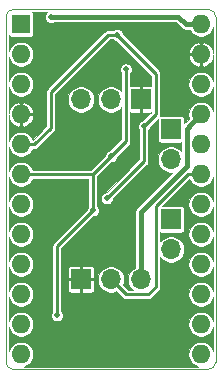
<source format=gbr>
%TF.GenerationSoftware,KiCad,Pcbnew,5.1.6+dfsg1-1~bpo10+1*%
%TF.CreationDate,Date%
%TF.ProjectId,ProMicro_QWIIC,50726f4d-6963-4726-9f5f-51574949432e,v1.0*%
%TF.SameCoordinates,Original*%
%TF.FileFunction,Copper,L2,Bot*%
%TF.FilePolarity,Positive*%
%FSLAX45Y45*%
G04 Gerber Fmt 4.5, Leading zero omitted, Abs format (unit mm)*
G04 Created by KiCad*
%MOMM*%
%LPD*%
G01*
G04 APERTURE LIST*
%TA.AperFunction,Profile*%
%ADD10C,0.100000*%
%TD*%
%TA.AperFunction,ComponentPad*%
%ADD11O,1.700000X1.700000*%
%TD*%
%TA.AperFunction,ComponentPad*%
%ADD12R,1.700000X1.700000*%
%TD*%
%TA.AperFunction,ComponentPad*%
%ADD13O,1.600000X1.600000*%
%TD*%
%TA.AperFunction,ComponentPad*%
%ADD14R,1.600000X1.600000*%
%TD*%
%TA.AperFunction,ViaPad*%
%ADD15C,0.500000*%
%TD*%
%TA.AperFunction,Conductor*%
%ADD16C,0.400000*%
%TD*%
%TA.AperFunction,Conductor*%
%ADD17C,0.250000*%
%TD*%
%TA.AperFunction,Conductor*%
%ADD18C,0.125000*%
%TD*%
%ADD19C,0.200000*%
%ADD20C,0.350000*%
G04 APERTURE END LIST*
D10*
X1651000Y63500D02*
X1651000Y-2857500D01*
X-127000Y-2857500D02*
X-127000Y63500D01*
X-63500Y-2921000D02*
G75*
G02*
X-127000Y-2857500I0J63500D01*
G01*
X1651000Y-2857500D02*
G75*
G02*
X1587500Y-2921000I-63500J0D01*
G01*
X1587500Y127000D02*
G75*
G02*
X1651000Y63500I0J-63500D01*
G01*
X-127000Y63500D02*
G75*
G02*
X-63500Y127000I63500J0D01*
G01*
X1587500Y-2921000D02*
X-63500Y-2921000D01*
X-63500Y127000D02*
X1587500Y127000D01*
D11*
X508000Y-635000D03*
X762000Y-635000D03*
D12*
X1016000Y-635000D03*
D11*
X1016000Y-2159000D03*
X762000Y-2159000D03*
D12*
X508000Y-2159000D03*
D11*
X1270000Y-1143000D03*
D12*
X1270000Y-889000D03*
D11*
X1270000Y-1905000D03*
D12*
X1270000Y-1651000D03*
D13*
X1524000Y0D03*
X1524000Y-254000D03*
X1524000Y-508000D03*
X0Y-2794000D03*
X1524000Y-762000D03*
X0Y-2540000D03*
X1524000Y-1016000D03*
X0Y-2286000D03*
X1524000Y-1270000D03*
X0Y-2032000D03*
X1524000Y-1524000D03*
X0Y-1778000D03*
X1524000Y-1778000D03*
X0Y-1524000D03*
X1524000Y-2032000D03*
X0Y-1270000D03*
X1524000Y-2286000D03*
X0Y-1016000D03*
X1524000Y-2540000D03*
X0Y-762000D03*
X1524000Y-2794000D03*
X0Y-508000D03*
X0Y-254000D03*
D14*
X0Y0D03*
D15*
X863600Y-1435100D03*
X1270000Y-635000D03*
X1079500Y-1231900D03*
X1041400Y-2540000D03*
X927100Y-1587500D03*
X508000Y-812800D03*
X889000Y-2032000D03*
X609600Y-381000D03*
X990600Y-381000D03*
X419100Y-241300D03*
X241300Y-1524000D03*
X508000Y-2413000D03*
X762000Y-2794000D03*
X685800Y-1371600D03*
X1397000Y-2159000D03*
X1397000Y-1397000D03*
X889000Y-381000D03*
X609600Y-1574800D03*
X762000Y-1117600D03*
X304800Y-2463800D03*
X1041400Y-863600D03*
X812800Y-88900D03*
X727399Y-1473200D03*
X254000Y63500D03*
D16*
X1404000Y-882000D02*
X1444000Y-842000D01*
X1444000Y-842000D02*
X1524000Y-762000D01*
X1016000Y-1587500D02*
X1404000Y-1199500D01*
X1404000Y-1199500D02*
X1404000Y-882000D01*
X1016000Y-2159000D02*
X1016000Y-1587500D01*
D17*
X609600Y-1270000D02*
X609600Y-1574800D01*
X508000Y-1270000D02*
X0Y-1270000D01*
X609600Y-1270000D02*
X508000Y-1270000D01*
X609600Y-1270000D02*
X737000Y-1142600D01*
X889000Y-990600D02*
X762000Y-1117600D01*
X737000Y-1142600D02*
X762000Y-1117600D01*
X889000Y-381000D02*
X889000Y-990600D01*
X609600Y-1574800D02*
X304800Y-1879600D01*
X304800Y-1879600D02*
X304800Y-2463800D01*
X1041400Y-863600D02*
X1143000Y-762000D01*
X1143000Y-419100D02*
X812800Y-88900D01*
X1143000Y-762000D02*
X1143000Y-419100D01*
X752399Y-1448200D02*
X727399Y-1473200D01*
X1041400Y-863600D02*
X1041400Y-1159199D01*
X1041400Y-1159199D02*
X752399Y-1448200D01*
X736600Y-88900D02*
X812800Y-88900D01*
X254000Y-571500D02*
X736600Y-88900D01*
X254000Y-875137D02*
X254000Y-571500D01*
X113137Y-1016000D02*
X254000Y-875137D01*
X0Y-1016000D02*
X113137Y-1016000D01*
X1410863Y-1270000D02*
X1524000Y-1270000D01*
X1143000Y-2222500D02*
X1143000Y-1537863D01*
X1143000Y-1537863D02*
X1410863Y-1270000D01*
X1079500Y-2286000D02*
X1143000Y-2222500D01*
X889000Y-2286000D02*
X1079500Y-2286000D01*
X762000Y-2159000D02*
X889000Y-2286000D01*
D16*
X1333500Y63500D02*
X254000Y63500D01*
X1397000Y0D02*
X1333500Y63500D01*
X1524000Y0D02*
X1397000Y0D01*
D18*
G36*
X780130Y-128708D02*
G01*
X788524Y-134317D01*
X797851Y-138181D01*
X807752Y-140150D01*
X809249Y-140150D01*
X1104250Y-435151D01*
X1104250Y-523943D01*
X1101000Y-523623D01*
X1031312Y-523750D01*
X1024750Y-530313D01*
X1024750Y-626250D01*
X1026750Y-626250D01*
X1026750Y-643750D01*
X1024750Y-643750D01*
X1024750Y-739687D01*
X1031312Y-746250D01*
X1101000Y-746377D01*
X1104131Y-746069D01*
X1037849Y-812350D01*
X1036352Y-812350D01*
X1026451Y-814319D01*
X1017124Y-818183D01*
X1008730Y-823791D01*
X1001591Y-830930D01*
X995983Y-839324D01*
X992119Y-848651D01*
X990150Y-858552D01*
X990150Y-868648D01*
X992119Y-878549D01*
X995983Y-887876D01*
X1001591Y-896270D01*
X1002650Y-897328D01*
X1002650Y-1143148D01*
X726344Y-1419454D01*
X723848Y-1421950D01*
X722351Y-1421950D01*
X712450Y-1423919D01*
X703123Y-1427783D01*
X694729Y-1433391D01*
X687591Y-1440530D01*
X681982Y-1448924D01*
X678119Y-1458251D01*
X676149Y-1468152D01*
X676149Y-1478248D01*
X678119Y-1488149D01*
X681982Y-1497476D01*
X687591Y-1505870D01*
X694729Y-1513008D01*
X703123Y-1518617D01*
X712450Y-1522480D01*
X722351Y-1524450D01*
X732447Y-1524450D01*
X742348Y-1522480D01*
X751675Y-1518617D01*
X760069Y-1513008D01*
X767207Y-1505870D01*
X772816Y-1497476D01*
X776679Y-1488149D01*
X778649Y-1478248D01*
X778649Y-1476751D01*
X781145Y-1474255D01*
X1067455Y-1187945D01*
X1068933Y-1186732D01*
X1073775Y-1180832D01*
X1076442Y-1175843D01*
X1077374Y-1174100D01*
X1079589Y-1166795D01*
X1080337Y-1159199D01*
X1080150Y-1157296D01*
X1080150Y-897328D01*
X1081209Y-896270D01*
X1086817Y-887876D01*
X1090681Y-878549D01*
X1092650Y-868648D01*
X1092650Y-867151D01*
X1158931Y-800869D01*
X1158623Y-804000D01*
X1158623Y-974000D01*
X1159130Y-979146D01*
X1160631Y-984094D01*
X1163068Y-988654D01*
X1166349Y-992651D01*
X1170346Y-995932D01*
X1174906Y-998369D01*
X1179854Y-999870D01*
X1185000Y-1000377D01*
X1355000Y-1000377D01*
X1357750Y-1000106D01*
X1357750Y-1074082D01*
X1356414Y-1072082D01*
X1340918Y-1056587D01*
X1322697Y-1044411D01*
X1302450Y-1036025D01*
X1280957Y-1031750D01*
X1259043Y-1031750D01*
X1237550Y-1036025D01*
X1217303Y-1044411D01*
X1199082Y-1056587D01*
X1183587Y-1072082D01*
X1171412Y-1090303D01*
X1163025Y-1110550D01*
X1158750Y-1132043D01*
X1158750Y-1153957D01*
X1163025Y-1175450D01*
X1171412Y-1195697D01*
X1183587Y-1213918D01*
X1199082Y-1229414D01*
X1217303Y-1241589D01*
X1237550Y-1249975D01*
X1259043Y-1254250D01*
X1280957Y-1254250D01*
X1284559Y-1253534D01*
X984903Y-1553190D01*
X983138Y-1554638D01*
X977359Y-1561681D01*
X975373Y-1565396D01*
X973064Y-1569715D01*
X970419Y-1578433D01*
X969526Y-1587500D01*
X969750Y-1589772D01*
X969750Y-2057741D01*
X963303Y-2060411D01*
X945082Y-2072586D01*
X929586Y-2088082D01*
X917411Y-2106303D01*
X909025Y-2126550D01*
X904750Y-2148043D01*
X904750Y-2169957D01*
X909025Y-2191450D01*
X917411Y-2211697D01*
X929586Y-2229918D01*
X945082Y-2245414D01*
X947831Y-2247250D01*
X905051Y-2247250D01*
X863198Y-2205397D01*
X868975Y-2191450D01*
X873250Y-2169957D01*
X873250Y-2148043D01*
X868975Y-2126550D01*
X860588Y-2106303D01*
X848413Y-2088082D01*
X832918Y-2072586D01*
X814697Y-2060411D01*
X794450Y-2052025D01*
X772957Y-2047750D01*
X751043Y-2047750D01*
X729550Y-2052025D01*
X709303Y-2060411D01*
X691082Y-2072586D01*
X675587Y-2088082D01*
X663412Y-2106303D01*
X655025Y-2126550D01*
X650750Y-2148043D01*
X650750Y-2169957D01*
X655025Y-2191450D01*
X663412Y-2211697D01*
X675587Y-2229918D01*
X691082Y-2245414D01*
X709303Y-2257589D01*
X729550Y-2265975D01*
X751043Y-2270250D01*
X772957Y-2270250D01*
X794450Y-2265975D01*
X808397Y-2260198D01*
X860254Y-2312055D01*
X861467Y-2313533D01*
X867367Y-2318375D01*
X874099Y-2321974D01*
X879188Y-2323517D01*
X881404Y-2324189D01*
X882181Y-2324266D01*
X887097Y-2324750D01*
X887098Y-2324750D01*
X889000Y-2324937D01*
X890902Y-2324750D01*
X1077597Y-2324750D01*
X1079500Y-2324937D01*
X1081403Y-2324750D01*
X1087096Y-2324189D01*
X1094401Y-2321974D01*
X1101133Y-2318375D01*
X1107033Y-2313533D01*
X1108246Y-2312055D01*
X1169055Y-2251246D01*
X1170533Y-2250033D01*
X1175375Y-2244133D01*
X1178974Y-2237401D01*
X1178974Y-2237401D01*
X1181189Y-2230096D01*
X1181937Y-2222500D01*
X1181750Y-2220597D01*
X1181750Y-1973169D01*
X1183587Y-1975918D01*
X1199082Y-1991413D01*
X1217303Y-2003588D01*
X1237550Y-2011975D01*
X1259043Y-2016250D01*
X1280957Y-2016250D01*
X1302450Y-2011975D01*
X1322697Y-2003588D01*
X1340918Y-1991413D01*
X1356414Y-1975918D01*
X1368589Y-1957697D01*
X1376975Y-1937450D01*
X1381250Y-1915957D01*
X1381250Y-1894043D01*
X1376975Y-1872550D01*
X1368589Y-1852303D01*
X1356414Y-1834082D01*
X1340918Y-1818586D01*
X1322697Y-1806411D01*
X1302450Y-1798025D01*
X1280957Y-1793750D01*
X1259043Y-1793750D01*
X1237550Y-1798025D01*
X1217303Y-1806411D01*
X1199082Y-1818586D01*
X1183587Y-1834082D01*
X1181750Y-1836831D01*
X1181750Y-1762057D01*
X1185000Y-1762377D01*
X1355000Y-1762377D01*
X1360146Y-1761870D01*
X1365094Y-1760369D01*
X1369654Y-1757932D01*
X1373651Y-1754651D01*
X1376932Y-1750654D01*
X1379369Y-1746094D01*
X1380870Y-1741146D01*
X1381377Y-1736000D01*
X1381377Y-1566000D01*
X1380870Y-1560854D01*
X1379369Y-1555906D01*
X1376932Y-1551346D01*
X1373651Y-1547349D01*
X1369654Y-1544068D01*
X1365094Y-1541631D01*
X1360146Y-1540130D01*
X1355000Y-1539623D01*
X1196041Y-1539623D01*
X1425593Y-1310070D01*
X1429842Y-1320328D01*
X1441470Y-1337730D01*
X1456270Y-1352530D01*
X1473672Y-1364158D01*
X1493008Y-1372167D01*
X1513535Y-1376250D01*
X1534465Y-1376250D01*
X1554992Y-1372167D01*
X1574328Y-1364158D01*
X1591730Y-1352530D01*
X1606530Y-1337730D01*
X1618157Y-1320328D01*
X1626167Y-1300992D01*
X1627250Y-1295547D01*
X1627250Y-1498453D01*
X1626167Y-1493008D01*
X1618157Y-1473672D01*
X1606530Y-1456270D01*
X1591730Y-1441470D01*
X1574328Y-1429842D01*
X1554992Y-1421833D01*
X1534465Y-1417750D01*
X1513535Y-1417750D01*
X1493008Y-1421833D01*
X1473672Y-1429842D01*
X1456270Y-1441470D01*
X1441470Y-1456270D01*
X1429842Y-1473672D01*
X1421833Y-1493008D01*
X1417750Y-1513535D01*
X1417750Y-1534465D01*
X1421833Y-1554992D01*
X1429842Y-1574328D01*
X1441470Y-1591730D01*
X1456270Y-1606530D01*
X1473672Y-1618157D01*
X1493008Y-1626167D01*
X1513535Y-1630250D01*
X1534465Y-1630250D01*
X1554992Y-1626167D01*
X1574328Y-1618157D01*
X1591730Y-1606530D01*
X1606530Y-1591730D01*
X1618157Y-1574328D01*
X1626167Y-1554992D01*
X1627250Y-1549547D01*
X1627250Y-1752453D01*
X1626167Y-1747008D01*
X1618157Y-1727672D01*
X1606530Y-1710270D01*
X1591730Y-1695470D01*
X1574328Y-1683842D01*
X1554992Y-1675833D01*
X1534465Y-1671750D01*
X1513535Y-1671750D01*
X1493008Y-1675833D01*
X1473672Y-1683842D01*
X1456270Y-1695470D01*
X1441470Y-1710270D01*
X1429842Y-1727672D01*
X1421833Y-1747008D01*
X1417750Y-1767535D01*
X1417750Y-1788465D01*
X1421833Y-1808992D01*
X1429842Y-1828328D01*
X1441470Y-1845730D01*
X1456270Y-1860530D01*
X1473672Y-1872157D01*
X1493008Y-1880167D01*
X1513535Y-1884250D01*
X1534465Y-1884250D01*
X1554992Y-1880167D01*
X1574328Y-1872157D01*
X1591730Y-1860530D01*
X1606530Y-1845730D01*
X1618157Y-1828328D01*
X1626167Y-1808992D01*
X1627250Y-1803546D01*
X1627250Y-2006453D01*
X1626167Y-2001008D01*
X1618157Y-1981672D01*
X1606530Y-1964270D01*
X1591730Y-1949470D01*
X1574328Y-1937842D01*
X1554992Y-1929833D01*
X1534465Y-1925750D01*
X1513535Y-1925750D01*
X1493008Y-1929833D01*
X1473672Y-1937842D01*
X1456270Y-1949470D01*
X1441470Y-1964270D01*
X1429842Y-1981672D01*
X1421833Y-2001008D01*
X1417750Y-2021535D01*
X1417750Y-2042465D01*
X1421833Y-2062992D01*
X1429842Y-2082328D01*
X1441470Y-2099730D01*
X1456270Y-2114530D01*
X1473672Y-2126158D01*
X1493008Y-2134167D01*
X1513535Y-2138250D01*
X1534465Y-2138250D01*
X1554992Y-2134167D01*
X1574328Y-2126158D01*
X1591730Y-2114530D01*
X1606530Y-2099730D01*
X1618157Y-2082328D01*
X1626167Y-2062992D01*
X1627250Y-2057546D01*
X1627250Y-2260454D01*
X1626167Y-2255008D01*
X1618157Y-2235672D01*
X1606530Y-2218270D01*
X1591730Y-2203470D01*
X1574328Y-2191843D01*
X1554992Y-2183833D01*
X1534465Y-2179750D01*
X1513535Y-2179750D01*
X1493008Y-2183833D01*
X1473672Y-2191843D01*
X1456270Y-2203470D01*
X1441470Y-2218270D01*
X1429842Y-2235672D01*
X1421833Y-2255008D01*
X1417750Y-2275535D01*
X1417750Y-2296465D01*
X1421833Y-2316992D01*
X1429842Y-2336328D01*
X1441470Y-2353730D01*
X1456270Y-2368530D01*
X1473672Y-2380158D01*
X1493008Y-2388167D01*
X1513535Y-2392250D01*
X1534465Y-2392250D01*
X1554992Y-2388167D01*
X1574328Y-2380158D01*
X1591730Y-2368530D01*
X1606530Y-2353730D01*
X1618157Y-2336328D01*
X1626167Y-2316992D01*
X1627250Y-2311546D01*
X1627250Y-2514454D01*
X1626167Y-2509008D01*
X1618157Y-2489672D01*
X1606530Y-2472270D01*
X1591730Y-2457470D01*
X1574328Y-2445843D01*
X1554992Y-2437833D01*
X1534465Y-2433750D01*
X1513535Y-2433750D01*
X1493008Y-2437833D01*
X1473672Y-2445843D01*
X1456270Y-2457470D01*
X1441470Y-2472270D01*
X1429842Y-2489672D01*
X1421833Y-2509008D01*
X1417750Y-2529535D01*
X1417750Y-2550465D01*
X1421833Y-2570992D01*
X1429842Y-2590328D01*
X1441470Y-2607730D01*
X1456270Y-2622530D01*
X1473672Y-2634158D01*
X1493008Y-2642167D01*
X1513535Y-2646250D01*
X1534465Y-2646250D01*
X1554992Y-2642167D01*
X1574328Y-2634158D01*
X1591730Y-2622530D01*
X1606530Y-2607730D01*
X1618157Y-2590328D01*
X1626167Y-2570992D01*
X1627250Y-2565546D01*
X1627250Y-2768454D01*
X1626167Y-2763008D01*
X1618157Y-2743672D01*
X1606530Y-2726270D01*
X1591730Y-2711470D01*
X1574328Y-2699843D01*
X1554992Y-2691833D01*
X1534465Y-2687750D01*
X1513535Y-2687750D01*
X1493008Y-2691833D01*
X1473672Y-2699843D01*
X1456270Y-2711470D01*
X1441470Y-2726270D01*
X1429842Y-2743672D01*
X1421833Y-2763008D01*
X1417750Y-2783535D01*
X1417750Y-2804465D01*
X1421833Y-2824992D01*
X1429842Y-2844328D01*
X1441470Y-2861730D01*
X1456270Y-2876530D01*
X1473672Y-2888157D01*
X1493008Y-2896167D01*
X1498453Y-2897250D01*
X25547Y-2897250D01*
X30992Y-2896167D01*
X50328Y-2888157D01*
X67730Y-2876530D01*
X82530Y-2861730D01*
X94157Y-2844328D01*
X102167Y-2824992D01*
X106250Y-2804465D01*
X106250Y-2783535D01*
X102167Y-2763008D01*
X94157Y-2743672D01*
X82530Y-2726270D01*
X67730Y-2711470D01*
X50328Y-2699843D01*
X30992Y-2691833D01*
X10465Y-2687750D01*
X-10465Y-2687750D01*
X-30992Y-2691833D01*
X-50328Y-2699843D01*
X-67730Y-2711470D01*
X-82530Y-2726270D01*
X-94157Y-2743672D01*
X-102167Y-2763008D01*
X-103250Y-2768453D01*
X-103250Y-2565547D01*
X-102167Y-2570992D01*
X-94157Y-2590328D01*
X-82530Y-2607730D01*
X-67730Y-2622530D01*
X-50328Y-2634158D01*
X-30992Y-2642167D01*
X-10465Y-2646250D01*
X10465Y-2646250D01*
X30992Y-2642167D01*
X50328Y-2634158D01*
X67730Y-2622530D01*
X82530Y-2607730D01*
X94157Y-2590328D01*
X102167Y-2570992D01*
X106250Y-2550465D01*
X106250Y-2529535D01*
X102167Y-2509008D01*
X94157Y-2489672D01*
X82530Y-2472270D01*
X67730Y-2457470D01*
X50328Y-2445843D01*
X30992Y-2437833D01*
X10465Y-2433750D01*
X-10465Y-2433750D01*
X-30992Y-2437833D01*
X-50328Y-2445843D01*
X-67730Y-2457470D01*
X-82530Y-2472270D01*
X-94157Y-2489672D01*
X-102167Y-2509008D01*
X-103250Y-2514453D01*
X-103250Y-2311547D01*
X-102167Y-2316992D01*
X-94157Y-2336328D01*
X-82530Y-2353730D01*
X-67730Y-2368530D01*
X-50328Y-2380158D01*
X-30992Y-2388167D01*
X-10465Y-2392250D01*
X10465Y-2392250D01*
X30992Y-2388167D01*
X50328Y-2380158D01*
X67730Y-2368530D01*
X82530Y-2353730D01*
X94157Y-2336328D01*
X102167Y-2316992D01*
X106250Y-2296465D01*
X106250Y-2275535D01*
X102167Y-2255008D01*
X94157Y-2235672D01*
X82530Y-2218270D01*
X67730Y-2203470D01*
X50328Y-2191843D01*
X30992Y-2183833D01*
X10465Y-2179750D01*
X-10465Y-2179750D01*
X-30992Y-2183833D01*
X-50328Y-2191843D01*
X-67730Y-2203470D01*
X-82530Y-2218270D01*
X-94157Y-2235672D01*
X-102167Y-2255008D01*
X-103250Y-2260453D01*
X-103250Y-2057547D01*
X-102167Y-2062992D01*
X-94157Y-2082328D01*
X-82530Y-2099730D01*
X-67730Y-2114530D01*
X-50328Y-2126158D01*
X-30992Y-2134167D01*
X-10465Y-2138250D01*
X10465Y-2138250D01*
X30992Y-2134167D01*
X50328Y-2126158D01*
X67730Y-2114530D01*
X82530Y-2099730D01*
X94157Y-2082328D01*
X102167Y-2062992D01*
X106250Y-2042465D01*
X106250Y-2021535D01*
X102167Y-2001008D01*
X94157Y-1981672D01*
X82530Y-1964270D01*
X67730Y-1949470D01*
X50328Y-1937842D01*
X30992Y-1929833D01*
X10465Y-1925750D01*
X-10465Y-1925750D01*
X-30992Y-1929833D01*
X-50328Y-1937842D01*
X-67730Y-1949470D01*
X-82530Y-1964270D01*
X-94157Y-1981672D01*
X-102167Y-2001008D01*
X-103250Y-2006453D01*
X-103250Y-1803547D01*
X-102167Y-1808992D01*
X-94157Y-1828328D01*
X-82530Y-1845730D01*
X-67730Y-1860530D01*
X-50328Y-1872157D01*
X-30992Y-1880167D01*
X-10465Y-1884250D01*
X10465Y-1884250D01*
X30992Y-1880167D01*
X50328Y-1872157D01*
X67730Y-1860530D01*
X82530Y-1845730D01*
X94157Y-1828328D01*
X102167Y-1808992D01*
X106250Y-1788465D01*
X106250Y-1767535D01*
X102167Y-1747008D01*
X94157Y-1727672D01*
X82530Y-1710270D01*
X67730Y-1695470D01*
X50328Y-1683842D01*
X30992Y-1675833D01*
X10465Y-1671750D01*
X-10465Y-1671750D01*
X-30992Y-1675833D01*
X-50328Y-1683842D01*
X-67730Y-1695470D01*
X-82530Y-1710270D01*
X-94157Y-1727672D01*
X-102167Y-1747008D01*
X-103250Y-1752453D01*
X-103250Y-1549547D01*
X-102167Y-1554992D01*
X-94157Y-1574328D01*
X-82530Y-1591730D01*
X-67730Y-1606530D01*
X-50328Y-1618157D01*
X-30992Y-1626167D01*
X-10465Y-1630250D01*
X10465Y-1630250D01*
X30992Y-1626167D01*
X50328Y-1618157D01*
X67730Y-1606530D01*
X82530Y-1591730D01*
X94157Y-1574328D01*
X102167Y-1554992D01*
X106250Y-1534465D01*
X106250Y-1513535D01*
X102167Y-1493008D01*
X94157Y-1473672D01*
X82530Y-1456270D01*
X67730Y-1441470D01*
X50328Y-1429842D01*
X30992Y-1421833D01*
X10465Y-1417750D01*
X-10465Y-1417750D01*
X-30992Y-1421833D01*
X-50328Y-1429842D01*
X-67730Y-1441470D01*
X-82530Y-1456270D01*
X-94157Y-1473672D01*
X-102167Y-1493008D01*
X-103250Y-1498453D01*
X-103250Y-1295547D01*
X-102167Y-1300992D01*
X-94157Y-1320328D01*
X-82530Y-1337730D01*
X-67730Y-1352530D01*
X-50328Y-1364158D01*
X-30992Y-1372167D01*
X-10465Y-1376250D01*
X10465Y-1376250D01*
X30992Y-1372167D01*
X50328Y-1364158D01*
X67730Y-1352530D01*
X82530Y-1337730D01*
X94157Y-1320328D01*
X98953Y-1308750D01*
X570850Y-1308750D01*
X570850Y-1541071D01*
X569792Y-1542130D01*
X564183Y-1550524D01*
X560320Y-1559851D01*
X558350Y-1569752D01*
X558350Y-1571249D01*
X278746Y-1850854D01*
X277267Y-1852067D01*
X272425Y-1857968D01*
X268827Y-1864699D01*
X267283Y-1869788D01*
X266611Y-1872004D01*
X265863Y-1879600D01*
X266050Y-1881503D01*
X266050Y-2430071D01*
X264992Y-2431130D01*
X259383Y-2439524D01*
X255519Y-2448851D01*
X253550Y-2458752D01*
X253550Y-2468848D01*
X255519Y-2478749D01*
X259383Y-2488076D01*
X264992Y-2496470D01*
X272130Y-2503609D01*
X280524Y-2509217D01*
X289851Y-2513081D01*
X299752Y-2515050D01*
X309848Y-2515050D01*
X319749Y-2513081D01*
X329076Y-2509217D01*
X337470Y-2503609D01*
X344609Y-2496470D01*
X350217Y-2488076D01*
X354080Y-2478749D01*
X356050Y-2468848D01*
X356050Y-2458752D01*
X354080Y-2448851D01*
X350217Y-2439524D01*
X344609Y-2431130D01*
X343550Y-2430072D01*
X343550Y-2244000D01*
X396623Y-2244000D01*
X397130Y-2249146D01*
X398631Y-2254094D01*
X401068Y-2258654D01*
X404349Y-2262651D01*
X408346Y-2265932D01*
X412906Y-2268369D01*
X417854Y-2269870D01*
X423000Y-2270377D01*
X492687Y-2270250D01*
X499250Y-2263688D01*
X499250Y-2167750D01*
X516750Y-2167750D01*
X516750Y-2263688D01*
X523312Y-2270250D01*
X593000Y-2270377D01*
X598146Y-2269870D01*
X603094Y-2268369D01*
X607654Y-2265932D01*
X611651Y-2262651D01*
X614932Y-2258654D01*
X617369Y-2254094D01*
X618870Y-2249146D01*
X619377Y-2244000D01*
X619250Y-2174313D01*
X612688Y-2167750D01*
X516750Y-2167750D01*
X499250Y-2167750D01*
X403312Y-2167750D01*
X396750Y-2174313D01*
X396623Y-2244000D01*
X343550Y-2244000D01*
X343550Y-2074000D01*
X396623Y-2074000D01*
X396750Y-2143688D01*
X403312Y-2150250D01*
X499250Y-2150250D01*
X499250Y-2054312D01*
X516750Y-2054312D01*
X516750Y-2150250D01*
X612688Y-2150250D01*
X619250Y-2143688D01*
X619377Y-2074000D01*
X618870Y-2068854D01*
X617369Y-2063906D01*
X614932Y-2059346D01*
X611651Y-2055349D01*
X607654Y-2052068D01*
X603094Y-2049631D01*
X598146Y-2048130D01*
X593000Y-2047623D01*
X523312Y-2047750D01*
X516750Y-2054312D01*
X499250Y-2054312D01*
X492687Y-2047750D01*
X423000Y-2047623D01*
X417854Y-2048130D01*
X412906Y-2049631D01*
X408346Y-2052068D01*
X404349Y-2055349D01*
X401068Y-2059346D01*
X398631Y-2063906D01*
X397130Y-2068854D01*
X396623Y-2074000D01*
X343550Y-2074000D01*
X343550Y-1895651D01*
X613151Y-1626050D01*
X614648Y-1626050D01*
X624549Y-1624080D01*
X633876Y-1620217D01*
X642270Y-1614608D01*
X649409Y-1607470D01*
X655017Y-1599076D01*
X658881Y-1589749D01*
X660850Y-1579848D01*
X660850Y-1569752D01*
X658881Y-1559851D01*
X655017Y-1550524D01*
X649409Y-1542130D01*
X648350Y-1541071D01*
X648350Y-1286051D01*
X765551Y-1168850D01*
X767048Y-1168850D01*
X776949Y-1166881D01*
X786276Y-1163017D01*
X794670Y-1157409D01*
X801808Y-1150270D01*
X807417Y-1141876D01*
X811280Y-1132549D01*
X813250Y-1122648D01*
X813250Y-1121151D01*
X915055Y-1019346D01*
X916533Y-1018133D01*
X921375Y-1012232D01*
X924973Y-1005501D01*
X926528Y-1000377D01*
X927189Y-998196D01*
X927266Y-997419D01*
X927750Y-992503D01*
X927750Y-992502D01*
X927937Y-990600D01*
X927750Y-988698D01*
X927750Y-746057D01*
X931000Y-746377D01*
X1000687Y-746250D01*
X1007250Y-739687D01*
X1007250Y-643750D01*
X1005250Y-643750D01*
X1005250Y-626250D01*
X1007250Y-626250D01*
X1007250Y-530313D01*
X1000687Y-523750D01*
X931000Y-523623D01*
X927750Y-523943D01*
X927750Y-414728D01*
X928808Y-413670D01*
X934417Y-405276D01*
X938280Y-395949D01*
X940250Y-386048D01*
X940250Y-375952D01*
X938280Y-366051D01*
X934417Y-356724D01*
X928808Y-348330D01*
X921670Y-341192D01*
X913276Y-335583D01*
X903949Y-331720D01*
X894048Y-329750D01*
X883952Y-329750D01*
X874051Y-331720D01*
X864724Y-335583D01*
X856330Y-341192D01*
X849191Y-348330D01*
X843583Y-356724D01*
X839719Y-366051D01*
X837750Y-375952D01*
X837750Y-386048D01*
X839719Y-395949D01*
X843583Y-405276D01*
X849191Y-413670D01*
X850250Y-414728D01*
X850250Y-566831D01*
X848413Y-564082D01*
X832918Y-548587D01*
X814697Y-536412D01*
X794450Y-528025D01*
X772957Y-523750D01*
X751043Y-523750D01*
X729550Y-528025D01*
X709303Y-536412D01*
X691082Y-548587D01*
X675587Y-564082D01*
X663412Y-582303D01*
X655025Y-602550D01*
X650750Y-624043D01*
X650750Y-645957D01*
X655025Y-667450D01*
X663412Y-687697D01*
X675587Y-705918D01*
X691082Y-721413D01*
X709303Y-733588D01*
X729550Y-741975D01*
X751043Y-746250D01*
X772957Y-746250D01*
X794450Y-741975D01*
X814697Y-733588D01*
X832918Y-721413D01*
X848413Y-705918D01*
X850250Y-703169D01*
X850250Y-974549D01*
X758449Y-1066350D01*
X756952Y-1066350D01*
X747051Y-1068320D01*
X737724Y-1072183D01*
X729330Y-1077792D01*
X722191Y-1084930D01*
X716583Y-1093324D01*
X712719Y-1102651D01*
X710750Y-1112552D01*
X710750Y-1114049D01*
X593549Y-1231250D01*
X98953Y-1231250D01*
X94157Y-1219672D01*
X82530Y-1202270D01*
X67730Y-1187470D01*
X50328Y-1175843D01*
X30992Y-1167833D01*
X10465Y-1163750D01*
X-10465Y-1163750D01*
X-30992Y-1167833D01*
X-50328Y-1175843D01*
X-67730Y-1187470D01*
X-82530Y-1202270D01*
X-94157Y-1219672D01*
X-102167Y-1239008D01*
X-103250Y-1244453D01*
X-103250Y-1041547D01*
X-102167Y-1046992D01*
X-94157Y-1066328D01*
X-82530Y-1083730D01*
X-67730Y-1098530D01*
X-50328Y-1110158D01*
X-30992Y-1118167D01*
X-10465Y-1122250D01*
X10465Y-1122250D01*
X30992Y-1118167D01*
X50328Y-1110158D01*
X67730Y-1098530D01*
X82530Y-1083730D01*
X94157Y-1066328D01*
X98953Y-1054750D01*
X111234Y-1054750D01*
X113137Y-1054937D01*
X115040Y-1054750D01*
X120733Y-1054189D01*
X128038Y-1051974D01*
X134770Y-1048375D01*
X140670Y-1043533D01*
X141883Y-1042054D01*
X280055Y-903883D01*
X281533Y-902670D01*
X286375Y-896769D01*
X289974Y-890038D01*
X290448Y-888474D01*
X292189Y-882733D01*
X292937Y-875137D01*
X292750Y-873234D01*
X292750Y-624043D01*
X396750Y-624043D01*
X396750Y-645957D01*
X401025Y-667450D01*
X409411Y-687697D01*
X421586Y-705918D01*
X437082Y-721413D01*
X455303Y-733588D01*
X475550Y-741975D01*
X497043Y-746250D01*
X518957Y-746250D01*
X540450Y-741975D01*
X560697Y-733588D01*
X578918Y-721413D01*
X594414Y-705918D01*
X606589Y-687697D01*
X614975Y-667450D01*
X619250Y-645957D01*
X619250Y-624043D01*
X614975Y-602550D01*
X606589Y-582303D01*
X594414Y-564082D01*
X578918Y-548587D01*
X560697Y-536412D01*
X540450Y-528025D01*
X518957Y-523750D01*
X497043Y-523750D01*
X475550Y-528025D01*
X455303Y-536412D01*
X437082Y-548587D01*
X421586Y-564082D01*
X409411Y-582303D01*
X401025Y-602550D01*
X396750Y-624043D01*
X292750Y-624043D01*
X292750Y-587551D01*
X752651Y-127650D01*
X779071Y-127650D01*
X780130Y-128708D01*
G37*
X780130Y-128708D02*
X788524Y-134317D01*
X797851Y-138181D01*
X807752Y-140150D01*
X809249Y-140150D01*
X1104250Y-435151D01*
X1104250Y-523943D01*
X1101000Y-523623D01*
X1031312Y-523750D01*
X1024750Y-530313D01*
X1024750Y-626250D01*
X1026750Y-626250D01*
X1026750Y-643750D01*
X1024750Y-643750D01*
X1024750Y-739687D01*
X1031312Y-746250D01*
X1101000Y-746377D01*
X1104131Y-746069D01*
X1037849Y-812350D01*
X1036352Y-812350D01*
X1026451Y-814319D01*
X1017124Y-818183D01*
X1008730Y-823791D01*
X1001591Y-830930D01*
X995983Y-839324D01*
X992119Y-848651D01*
X990150Y-858552D01*
X990150Y-868648D01*
X992119Y-878549D01*
X995983Y-887876D01*
X1001591Y-896270D01*
X1002650Y-897328D01*
X1002650Y-1143148D01*
X726344Y-1419454D01*
X723848Y-1421950D01*
X722351Y-1421950D01*
X712450Y-1423919D01*
X703123Y-1427783D01*
X694729Y-1433391D01*
X687591Y-1440530D01*
X681982Y-1448924D01*
X678119Y-1458251D01*
X676149Y-1468152D01*
X676149Y-1478248D01*
X678119Y-1488149D01*
X681982Y-1497476D01*
X687591Y-1505870D01*
X694729Y-1513008D01*
X703123Y-1518617D01*
X712450Y-1522480D01*
X722351Y-1524450D01*
X732447Y-1524450D01*
X742348Y-1522480D01*
X751675Y-1518617D01*
X760069Y-1513008D01*
X767207Y-1505870D01*
X772816Y-1497476D01*
X776679Y-1488149D01*
X778649Y-1478248D01*
X778649Y-1476751D01*
X781145Y-1474255D01*
X1067455Y-1187945D01*
X1068933Y-1186732D01*
X1073775Y-1180832D01*
X1076442Y-1175843D01*
X1077374Y-1174100D01*
X1079589Y-1166795D01*
X1080337Y-1159199D01*
X1080150Y-1157296D01*
X1080150Y-897328D01*
X1081209Y-896270D01*
X1086817Y-887876D01*
X1090681Y-878549D01*
X1092650Y-868648D01*
X1092650Y-867151D01*
X1158931Y-800869D01*
X1158623Y-804000D01*
X1158623Y-974000D01*
X1159130Y-979146D01*
X1160631Y-984094D01*
X1163068Y-988654D01*
X1166349Y-992651D01*
X1170346Y-995932D01*
X1174906Y-998369D01*
X1179854Y-999870D01*
X1185000Y-1000377D01*
X1355000Y-1000377D01*
X1357750Y-1000106D01*
X1357750Y-1074082D01*
X1356414Y-1072082D01*
X1340918Y-1056587D01*
X1322697Y-1044411D01*
X1302450Y-1036025D01*
X1280957Y-1031750D01*
X1259043Y-1031750D01*
X1237550Y-1036025D01*
X1217303Y-1044411D01*
X1199082Y-1056587D01*
X1183587Y-1072082D01*
X1171412Y-1090303D01*
X1163025Y-1110550D01*
X1158750Y-1132043D01*
X1158750Y-1153957D01*
X1163025Y-1175450D01*
X1171412Y-1195697D01*
X1183587Y-1213918D01*
X1199082Y-1229414D01*
X1217303Y-1241589D01*
X1237550Y-1249975D01*
X1259043Y-1254250D01*
X1280957Y-1254250D01*
X1284559Y-1253534D01*
X984903Y-1553190D01*
X983138Y-1554638D01*
X977359Y-1561681D01*
X975373Y-1565396D01*
X973064Y-1569715D01*
X970419Y-1578433D01*
X969526Y-1587500D01*
X969750Y-1589772D01*
X969750Y-2057741D01*
X963303Y-2060411D01*
X945082Y-2072586D01*
X929586Y-2088082D01*
X917411Y-2106303D01*
X909025Y-2126550D01*
X904750Y-2148043D01*
X904750Y-2169957D01*
X909025Y-2191450D01*
X917411Y-2211697D01*
X929586Y-2229918D01*
X945082Y-2245414D01*
X947831Y-2247250D01*
X905051Y-2247250D01*
X863198Y-2205397D01*
X868975Y-2191450D01*
X873250Y-2169957D01*
X873250Y-2148043D01*
X868975Y-2126550D01*
X860588Y-2106303D01*
X848413Y-2088082D01*
X832918Y-2072586D01*
X814697Y-2060411D01*
X794450Y-2052025D01*
X772957Y-2047750D01*
X751043Y-2047750D01*
X729550Y-2052025D01*
X709303Y-2060411D01*
X691082Y-2072586D01*
X675587Y-2088082D01*
X663412Y-2106303D01*
X655025Y-2126550D01*
X650750Y-2148043D01*
X650750Y-2169957D01*
X655025Y-2191450D01*
X663412Y-2211697D01*
X675587Y-2229918D01*
X691082Y-2245414D01*
X709303Y-2257589D01*
X729550Y-2265975D01*
X751043Y-2270250D01*
X772957Y-2270250D01*
X794450Y-2265975D01*
X808397Y-2260198D01*
X860254Y-2312055D01*
X861467Y-2313533D01*
X867367Y-2318375D01*
X874099Y-2321974D01*
X879188Y-2323517D01*
X881404Y-2324189D01*
X882181Y-2324266D01*
X887097Y-2324750D01*
X887098Y-2324750D01*
X889000Y-2324937D01*
X890902Y-2324750D01*
X1077597Y-2324750D01*
X1079500Y-2324937D01*
X1081403Y-2324750D01*
X1087096Y-2324189D01*
X1094401Y-2321974D01*
X1101133Y-2318375D01*
X1107033Y-2313533D01*
X1108246Y-2312055D01*
X1169055Y-2251246D01*
X1170533Y-2250033D01*
X1175375Y-2244133D01*
X1178974Y-2237401D01*
X1178974Y-2237401D01*
X1181189Y-2230096D01*
X1181937Y-2222500D01*
X1181750Y-2220597D01*
X1181750Y-1973169D01*
X1183587Y-1975918D01*
X1199082Y-1991413D01*
X1217303Y-2003588D01*
X1237550Y-2011975D01*
X1259043Y-2016250D01*
X1280957Y-2016250D01*
X1302450Y-2011975D01*
X1322697Y-2003588D01*
X1340918Y-1991413D01*
X1356414Y-1975918D01*
X1368589Y-1957697D01*
X1376975Y-1937450D01*
X1381250Y-1915957D01*
X1381250Y-1894043D01*
X1376975Y-1872550D01*
X1368589Y-1852303D01*
X1356414Y-1834082D01*
X1340918Y-1818586D01*
X1322697Y-1806411D01*
X1302450Y-1798025D01*
X1280957Y-1793750D01*
X1259043Y-1793750D01*
X1237550Y-1798025D01*
X1217303Y-1806411D01*
X1199082Y-1818586D01*
X1183587Y-1834082D01*
X1181750Y-1836831D01*
X1181750Y-1762057D01*
X1185000Y-1762377D01*
X1355000Y-1762377D01*
X1360146Y-1761870D01*
X1365094Y-1760369D01*
X1369654Y-1757932D01*
X1373651Y-1754651D01*
X1376932Y-1750654D01*
X1379369Y-1746094D01*
X1380870Y-1741146D01*
X1381377Y-1736000D01*
X1381377Y-1566000D01*
X1380870Y-1560854D01*
X1379369Y-1555906D01*
X1376932Y-1551346D01*
X1373651Y-1547349D01*
X1369654Y-1544068D01*
X1365094Y-1541631D01*
X1360146Y-1540130D01*
X1355000Y-1539623D01*
X1196041Y-1539623D01*
X1425593Y-1310070D01*
X1429842Y-1320328D01*
X1441470Y-1337730D01*
X1456270Y-1352530D01*
X1473672Y-1364158D01*
X1493008Y-1372167D01*
X1513535Y-1376250D01*
X1534465Y-1376250D01*
X1554992Y-1372167D01*
X1574328Y-1364158D01*
X1591730Y-1352530D01*
X1606530Y-1337730D01*
X1618157Y-1320328D01*
X1626167Y-1300992D01*
X1627250Y-1295547D01*
X1627250Y-1498453D01*
X1626167Y-1493008D01*
X1618157Y-1473672D01*
X1606530Y-1456270D01*
X1591730Y-1441470D01*
X1574328Y-1429842D01*
X1554992Y-1421833D01*
X1534465Y-1417750D01*
X1513535Y-1417750D01*
X1493008Y-1421833D01*
X1473672Y-1429842D01*
X1456270Y-1441470D01*
X1441470Y-1456270D01*
X1429842Y-1473672D01*
X1421833Y-1493008D01*
X1417750Y-1513535D01*
X1417750Y-1534465D01*
X1421833Y-1554992D01*
X1429842Y-1574328D01*
X1441470Y-1591730D01*
X1456270Y-1606530D01*
X1473672Y-1618157D01*
X1493008Y-1626167D01*
X1513535Y-1630250D01*
X1534465Y-1630250D01*
X1554992Y-1626167D01*
X1574328Y-1618157D01*
X1591730Y-1606530D01*
X1606530Y-1591730D01*
X1618157Y-1574328D01*
X1626167Y-1554992D01*
X1627250Y-1549547D01*
X1627250Y-1752453D01*
X1626167Y-1747008D01*
X1618157Y-1727672D01*
X1606530Y-1710270D01*
X1591730Y-1695470D01*
X1574328Y-1683842D01*
X1554992Y-1675833D01*
X1534465Y-1671750D01*
X1513535Y-1671750D01*
X1493008Y-1675833D01*
X1473672Y-1683842D01*
X1456270Y-1695470D01*
X1441470Y-1710270D01*
X1429842Y-1727672D01*
X1421833Y-1747008D01*
X1417750Y-1767535D01*
X1417750Y-1788465D01*
X1421833Y-1808992D01*
X1429842Y-1828328D01*
X1441470Y-1845730D01*
X1456270Y-1860530D01*
X1473672Y-1872157D01*
X1493008Y-1880167D01*
X1513535Y-1884250D01*
X1534465Y-1884250D01*
X1554992Y-1880167D01*
X1574328Y-1872157D01*
X1591730Y-1860530D01*
X1606530Y-1845730D01*
X1618157Y-1828328D01*
X1626167Y-1808992D01*
X1627250Y-1803546D01*
X1627250Y-2006453D01*
X1626167Y-2001008D01*
X1618157Y-1981672D01*
X1606530Y-1964270D01*
X1591730Y-1949470D01*
X1574328Y-1937842D01*
X1554992Y-1929833D01*
X1534465Y-1925750D01*
X1513535Y-1925750D01*
X1493008Y-1929833D01*
X1473672Y-1937842D01*
X1456270Y-1949470D01*
X1441470Y-1964270D01*
X1429842Y-1981672D01*
X1421833Y-2001008D01*
X1417750Y-2021535D01*
X1417750Y-2042465D01*
X1421833Y-2062992D01*
X1429842Y-2082328D01*
X1441470Y-2099730D01*
X1456270Y-2114530D01*
X1473672Y-2126158D01*
X1493008Y-2134167D01*
X1513535Y-2138250D01*
X1534465Y-2138250D01*
X1554992Y-2134167D01*
X1574328Y-2126158D01*
X1591730Y-2114530D01*
X1606530Y-2099730D01*
X1618157Y-2082328D01*
X1626167Y-2062992D01*
X1627250Y-2057546D01*
X1627250Y-2260454D01*
X1626167Y-2255008D01*
X1618157Y-2235672D01*
X1606530Y-2218270D01*
X1591730Y-2203470D01*
X1574328Y-2191843D01*
X1554992Y-2183833D01*
X1534465Y-2179750D01*
X1513535Y-2179750D01*
X1493008Y-2183833D01*
X1473672Y-2191843D01*
X1456270Y-2203470D01*
X1441470Y-2218270D01*
X1429842Y-2235672D01*
X1421833Y-2255008D01*
X1417750Y-2275535D01*
X1417750Y-2296465D01*
X1421833Y-2316992D01*
X1429842Y-2336328D01*
X1441470Y-2353730D01*
X1456270Y-2368530D01*
X1473672Y-2380158D01*
X1493008Y-2388167D01*
X1513535Y-2392250D01*
X1534465Y-2392250D01*
X1554992Y-2388167D01*
X1574328Y-2380158D01*
X1591730Y-2368530D01*
X1606530Y-2353730D01*
X1618157Y-2336328D01*
X1626167Y-2316992D01*
X1627250Y-2311546D01*
X1627250Y-2514454D01*
X1626167Y-2509008D01*
X1618157Y-2489672D01*
X1606530Y-2472270D01*
X1591730Y-2457470D01*
X1574328Y-2445843D01*
X1554992Y-2437833D01*
X1534465Y-2433750D01*
X1513535Y-2433750D01*
X1493008Y-2437833D01*
X1473672Y-2445843D01*
X1456270Y-2457470D01*
X1441470Y-2472270D01*
X1429842Y-2489672D01*
X1421833Y-2509008D01*
X1417750Y-2529535D01*
X1417750Y-2550465D01*
X1421833Y-2570992D01*
X1429842Y-2590328D01*
X1441470Y-2607730D01*
X1456270Y-2622530D01*
X1473672Y-2634158D01*
X1493008Y-2642167D01*
X1513535Y-2646250D01*
X1534465Y-2646250D01*
X1554992Y-2642167D01*
X1574328Y-2634158D01*
X1591730Y-2622530D01*
X1606530Y-2607730D01*
X1618157Y-2590328D01*
X1626167Y-2570992D01*
X1627250Y-2565546D01*
X1627250Y-2768454D01*
X1626167Y-2763008D01*
X1618157Y-2743672D01*
X1606530Y-2726270D01*
X1591730Y-2711470D01*
X1574328Y-2699843D01*
X1554992Y-2691833D01*
X1534465Y-2687750D01*
X1513535Y-2687750D01*
X1493008Y-2691833D01*
X1473672Y-2699843D01*
X1456270Y-2711470D01*
X1441470Y-2726270D01*
X1429842Y-2743672D01*
X1421833Y-2763008D01*
X1417750Y-2783535D01*
X1417750Y-2804465D01*
X1421833Y-2824992D01*
X1429842Y-2844328D01*
X1441470Y-2861730D01*
X1456270Y-2876530D01*
X1473672Y-2888157D01*
X1493008Y-2896167D01*
X1498453Y-2897250D01*
X25547Y-2897250D01*
X30992Y-2896167D01*
X50328Y-2888157D01*
X67730Y-2876530D01*
X82530Y-2861730D01*
X94157Y-2844328D01*
X102167Y-2824992D01*
X106250Y-2804465D01*
X106250Y-2783535D01*
X102167Y-2763008D01*
X94157Y-2743672D01*
X82530Y-2726270D01*
X67730Y-2711470D01*
X50328Y-2699843D01*
X30992Y-2691833D01*
X10465Y-2687750D01*
X-10465Y-2687750D01*
X-30992Y-2691833D01*
X-50328Y-2699843D01*
X-67730Y-2711470D01*
X-82530Y-2726270D01*
X-94157Y-2743672D01*
X-102167Y-2763008D01*
X-103250Y-2768453D01*
X-103250Y-2565547D01*
X-102167Y-2570992D01*
X-94157Y-2590328D01*
X-82530Y-2607730D01*
X-67730Y-2622530D01*
X-50328Y-2634158D01*
X-30992Y-2642167D01*
X-10465Y-2646250D01*
X10465Y-2646250D01*
X30992Y-2642167D01*
X50328Y-2634158D01*
X67730Y-2622530D01*
X82530Y-2607730D01*
X94157Y-2590328D01*
X102167Y-2570992D01*
X106250Y-2550465D01*
X106250Y-2529535D01*
X102167Y-2509008D01*
X94157Y-2489672D01*
X82530Y-2472270D01*
X67730Y-2457470D01*
X50328Y-2445843D01*
X30992Y-2437833D01*
X10465Y-2433750D01*
X-10465Y-2433750D01*
X-30992Y-2437833D01*
X-50328Y-2445843D01*
X-67730Y-2457470D01*
X-82530Y-2472270D01*
X-94157Y-2489672D01*
X-102167Y-2509008D01*
X-103250Y-2514453D01*
X-103250Y-2311547D01*
X-102167Y-2316992D01*
X-94157Y-2336328D01*
X-82530Y-2353730D01*
X-67730Y-2368530D01*
X-50328Y-2380158D01*
X-30992Y-2388167D01*
X-10465Y-2392250D01*
X10465Y-2392250D01*
X30992Y-2388167D01*
X50328Y-2380158D01*
X67730Y-2368530D01*
X82530Y-2353730D01*
X94157Y-2336328D01*
X102167Y-2316992D01*
X106250Y-2296465D01*
X106250Y-2275535D01*
X102167Y-2255008D01*
X94157Y-2235672D01*
X82530Y-2218270D01*
X67730Y-2203470D01*
X50328Y-2191843D01*
X30992Y-2183833D01*
X10465Y-2179750D01*
X-10465Y-2179750D01*
X-30992Y-2183833D01*
X-50328Y-2191843D01*
X-67730Y-2203470D01*
X-82530Y-2218270D01*
X-94157Y-2235672D01*
X-102167Y-2255008D01*
X-103250Y-2260453D01*
X-103250Y-2057547D01*
X-102167Y-2062992D01*
X-94157Y-2082328D01*
X-82530Y-2099730D01*
X-67730Y-2114530D01*
X-50328Y-2126158D01*
X-30992Y-2134167D01*
X-10465Y-2138250D01*
X10465Y-2138250D01*
X30992Y-2134167D01*
X50328Y-2126158D01*
X67730Y-2114530D01*
X82530Y-2099730D01*
X94157Y-2082328D01*
X102167Y-2062992D01*
X106250Y-2042465D01*
X106250Y-2021535D01*
X102167Y-2001008D01*
X94157Y-1981672D01*
X82530Y-1964270D01*
X67730Y-1949470D01*
X50328Y-1937842D01*
X30992Y-1929833D01*
X10465Y-1925750D01*
X-10465Y-1925750D01*
X-30992Y-1929833D01*
X-50328Y-1937842D01*
X-67730Y-1949470D01*
X-82530Y-1964270D01*
X-94157Y-1981672D01*
X-102167Y-2001008D01*
X-103250Y-2006453D01*
X-103250Y-1803547D01*
X-102167Y-1808992D01*
X-94157Y-1828328D01*
X-82530Y-1845730D01*
X-67730Y-1860530D01*
X-50328Y-1872157D01*
X-30992Y-1880167D01*
X-10465Y-1884250D01*
X10465Y-1884250D01*
X30992Y-1880167D01*
X50328Y-1872157D01*
X67730Y-1860530D01*
X82530Y-1845730D01*
X94157Y-1828328D01*
X102167Y-1808992D01*
X106250Y-1788465D01*
X106250Y-1767535D01*
X102167Y-1747008D01*
X94157Y-1727672D01*
X82530Y-1710270D01*
X67730Y-1695470D01*
X50328Y-1683842D01*
X30992Y-1675833D01*
X10465Y-1671750D01*
X-10465Y-1671750D01*
X-30992Y-1675833D01*
X-50328Y-1683842D01*
X-67730Y-1695470D01*
X-82530Y-1710270D01*
X-94157Y-1727672D01*
X-102167Y-1747008D01*
X-103250Y-1752453D01*
X-103250Y-1549547D01*
X-102167Y-1554992D01*
X-94157Y-1574328D01*
X-82530Y-1591730D01*
X-67730Y-1606530D01*
X-50328Y-1618157D01*
X-30992Y-1626167D01*
X-10465Y-1630250D01*
X10465Y-1630250D01*
X30992Y-1626167D01*
X50328Y-1618157D01*
X67730Y-1606530D01*
X82530Y-1591730D01*
X94157Y-1574328D01*
X102167Y-1554992D01*
X106250Y-1534465D01*
X106250Y-1513535D01*
X102167Y-1493008D01*
X94157Y-1473672D01*
X82530Y-1456270D01*
X67730Y-1441470D01*
X50328Y-1429842D01*
X30992Y-1421833D01*
X10465Y-1417750D01*
X-10465Y-1417750D01*
X-30992Y-1421833D01*
X-50328Y-1429842D01*
X-67730Y-1441470D01*
X-82530Y-1456270D01*
X-94157Y-1473672D01*
X-102167Y-1493008D01*
X-103250Y-1498453D01*
X-103250Y-1295547D01*
X-102167Y-1300992D01*
X-94157Y-1320328D01*
X-82530Y-1337730D01*
X-67730Y-1352530D01*
X-50328Y-1364158D01*
X-30992Y-1372167D01*
X-10465Y-1376250D01*
X10465Y-1376250D01*
X30992Y-1372167D01*
X50328Y-1364158D01*
X67730Y-1352530D01*
X82530Y-1337730D01*
X94157Y-1320328D01*
X98953Y-1308750D01*
X570850Y-1308750D01*
X570850Y-1541071D01*
X569792Y-1542130D01*
X564183Y-1550524D01*
X560320Y-1559851D01*
X558350Y-1569752D01*
X558350Y-1571249D01*
X278746Y-1850854D01*
X277267Y-1852067D01*
X272425Y-1857968D01*
X268827Y-1864699D01*
X267283Y-1869788D01*
X266611Y-1872004D01*
X265863Y-1879600D01*
X266050Y-1881503D01*
X266050Y-2430071D01*
X264992Y-2431130D01*
X259383Y-2439524D01*
X255519Y-2448851D01*
X253550Y-2458752D01*
X253550Y-2468848D01*
X255519Y-2478749D01*
X259383Y-2488076D01*
X264992Y-2496470D01*
X272130Y-2503609D01*
X280524Y-2509217D01*
X289851Y-2513081D01*
X299752Y-2515050D01*
X309848Y-2515050D01*
X319749Y-2513081D01*
X329076Y-2509217D01*
X337470Y-2503609D01*
X344609Y-2496470D01*
X350217Y-2488076D01*
X354080Y-2478749D01*
X356050Y-2468848D01*
X356050Y-2458752D01*
X354080Y-2448851D01*
X350217Y-2439524D01*
X344609Y-2431130D01*
X343550Y-2430072D01*
X343550Y-2244000D01*
X396623Y-2244000D01*
X397130Y-2249146D01*
X398631Y-2254094D01*
X401068Y-2258654D01*
X404349Y-2262651D01*
X408346Y-2265932D01*
X412906Y-2268369D01*
X417854Y-2269870D01*
X423000Y-2270377D01*
X492687Y-2270250D01*
X499250Y-2263688D01*
X499250Y-2167750D01*
X516750Y-2167750D01*
X516750Y-2263688D01*
X523312Y-2270250D01*
X593000Y-2270377D01*
X598146Y-2269870D01*
X603094Y-2268369D01*
X607654Y-2265932D01*
X611651Y-2262651D01*
X614932Y-2258654D01*
X617369Y-2254094D01*
X618870Y-2249146D01*
X619377Y-2244000D01*
X619250Y-2174313D01*
X612688Y-2167750D01*
X516750Y-2167750D01*
X499250Y-2167750D01*
X403312Y-2167750D01*
X396750Y-2174313D01*
X396623Y-2244000D01*
X343550Y-2244000D01*
X343550Y-2074000D01*
X396623Y-2074000D01*
X396750Y-2143688D01*
X403312Y-2150250D01*
X499250Y-2150250D01*
X499250Y-2054312D01*
X516750Y-2054312D01*
X516750Y-2150250D01*
X612688Y-2150250D01*
X619250Y-2143688D01*
X619377Y-2074000D01*
X618870Y-2068854D01*
X617369Y-2063906D01*
X614932Y-2059346D01*
X611651Y-2055349D01*
X607654Y-2052068D01*
X603094Y-2049631D01*
X598146Y-2048130D01*
X593000Y-2047623D01*
X523312Y-2047750D01*
X516750Y-2054312D01*
X499250Y-2054312D01*
X492687Y-2047750D01*
X423000Y-2047623D01*
X417854Y-2048130D01*
X412906Y-2049631D01*
X408346Y-2052068D01*
X404349Y-2055349D01*
X401068Y-2059346D01*
X398631Y-2063906D01*
X397130Y-2068854D01*
X396623Y-2074000D01*
X343550Y-2074000D01*
X343550Y-1895651D01*
X613151Y-1626050D01*
X614648Y-1626050D01*
X624549Y-1624080D01*
X633876Y-1620217D01*
X642270Y-1614608D01*
X649409Y-1607470D01*
X655017Y-1599076D01*
X658881Y-1589749D01*
X660850Y-1579848D01*
X660850Y-1569752D01*
X658881Y-1559851D01*
X655017Y-1550524D01*
X649409Y-1542130D01*
X648350Y-1541071D01*
X648350Y-1286051D01*
X765551Y-1168850D01*
X767048Y-1168850D01*
X776949Y-1166881D01*
X786276Y-1163017D01*
X794670Y-1157409D01*
X801808Y-1150270D01*
X807417Y-1141876D01*
X811280Y-1132549D01*
X813250Y-1122648D01*
X813250Y-1121151D01*
X915055Y-1019346D01*
X916533Y-1018133D01*
X921375Y-1012232D01*
X924973Y-1005501D01*
X926528Y-1000377D01*
X927189Y-998196D01*
X927266Y-997419D01*
X927750Y-992503D01*
X927750Y-992502D01*
X927937Y-990600D01*
X927750Y-988698D01*
X927750Y-746057D01*
X931000Y-746377D01*
X1000687Y-746250D01*
X1007250Y-739687D01*
X1007250Y-643750D01*
X1005250Y-643750D01*
X1005250Y-626250D01*
X1007250Y-626250D01*
X1007250Y-530313D01*
X1000687Y-523750D01*
X931000Y-523623D01*
X927750Y-523943D01*
X927750Y-414728D01*
X928808Y-413670D01*
X934417Y-405276D01*
X938280Y-395949D01*
X940250Y-386048D01*
X940250Y-375952D01*
X938280Y-366051D01*
X934417Y-356724D01*
X928808Y-348330D01*
X921670Y-341192D01*
X913276Y-335583D01*
X903949Y-331720D01*
X894048Y-329750D01*
X883952Y-329750D01*
X874051Y-331720D01*
X864724Y-335583D01*
X856330Y-341192D01*
X849191Y-348330D01*
X843583Y-356724D01*
X839719Y-366051D01*
X837750Y-375952D01*
X837750Y-386048D01*
X839719Y-395949D01*
X843583Y-405276D01*
X849191Y-413670D01*
X850250Y-414728D01*
X850250Y-566831D01*
X848413Y-564082D01*
X832918Y-548587D01*
X814697Y-536412D01*
X794450Y-528025D01*
X772957Y-523750D01*
X751043Y-523750D01*
X729550Y-528025D01*
X709303Y-536412D01*
X691082Y-548587D01*
X675587Y-564082D01*
X663412Y-582303D01*
X655025Y-602550D01*
X650750Y-624043D01*
X650750Y-645957D01*
X655025Y-667450D01*
X663412Y-687697D01*
X675587Y-705918D01*
X691082Y-721413D01*
X709303Y-733588D01*
X729550Y-741975D01*
X751043Y-746250D01*
X772957Y-746250D01*
X794450Y-741975D01*
X814697Y-733588D01*
X832918Y-721413D01*
X848413Y-705918D01*
X850250Y-703169D01*
X850250Y-974549D01*
X758449Y-1066350D01*
X756952Y-1066350D01*
X747051Y-1068320D01*
X737724Y-1072183D01*
X729330Y-1077792D01*
X722191Y-1084930D01*
X716583Y-1093324D01*
X712719Y-1102651D01*
X710750Y-1112552D01*
X710750Y-1114049D01*
X593549Y-1231250D01*
X98953Y-1231250D01*
X94157Y-1219672D01*
X82530Y-1202270D01*
X67730Y-1187470D01*
X50328Y-1175843D01*
X30992Y-1167833D01*
X10465Y-1163750D01*
X-10465Y-1163750D01*
X-30992Y-1167833D01*
X-50328Y-1175843D01*
X-67730Y-1187470D01*
X-82530Y-1202270D01*
X-94157Y-1219672D01*
X-102167Y-1239008D01*
X-103250Y-1244453D01*
X-103250Y-1041547D01*
X-102167Y-1046992D01*
X-94157Y-1066328D01*
X-82530Y-1083730D01*
X-67730Y-1098530D01*
X-50328Y-1110158D01*
X-30992Y-1118167D01*
X-10465Y-1122250D01*
X10465Y-1122250D01*
X30992Y-1118167D01*
X50328Y-1110158D01*
X67730Y-1098530D01*
X82530Y-1083730D01*
X94157Y-1066328D01*
X98953Y-1054750D01*
X111234Y-1054750D01*
X113137Y-1054937D01*
X115040Y-1054750D01*
X120733Y-1054189D01*
X128038Y-1051974D01*
X134770Y-1048375D01*
X140670Y-1043533D01*
X141883Y-1042054D01*
X280055Y-903883D01*
X281533Y-902670D01*
X286375Y-896769D01*
X289974Y-890038D01*
X290448Y-888474D01*
X292189Y-882733D01*
X292937Y-875137D01*
X292750Y-873234D01*
X292750Y-624043D01*
X396750Y-624043D01*
X396750Y-645957D01*
X401025Y-667450D01*
X409411Y-687697D01*
X421586Y-705918D01*
X437082Y-721413D01*
X455303Y-733588D01*
X475550Y-741975D01*
X497043Y-746250D01*
X518957Y-746250D01*
X540450Y-741975D01*
X560697Y-733588D01*
X578918Y-721413D01*
X594414Y-705918D01*
X606589Y-687697D01*
X614975Y-667450D01*
X619250Y-645957D01*
X619250Y-624043D01*
X614975Y-602550D01*
X606589Y-582303D01*
X594414Y-564082D01*
X578918Y-548587D01*
X560697Y-536412D01*
X540450Y-528025D01*
X518957Y-523750D01*
X497043Y-523750D01*
X475550Y-528025D01*
X455303Y-536412D01*
X437082Y-548587D01*
X421586Y-564082D01*
X409411Y-582303D01*
X401025Y-602550D01*
X396750Y-624043D01*
X292750Y-624043D01*
X292750Y-587551D01*
X752651Y-127650D01*
X779071Y-127650D01*
X780130Y-128708D01*
G36*
X214191Y96170D02*
G01*
X208583Y87776D01*
X204719Y78449D01*
X202750Y68548D01*
X202750Y58452D01*
X204719Y48551D01*
X208583Y39224D01*
X214191Y30830D01*
X221330Y23691D01*
X229724Y18083D01*
X239051Y14219D01*
X248952Y12250D01*
X259048Y12250D01*
X268949Y14219D01*
X276265Y17250D01*
X1314343Y17250D01*
X1362690Y-31097D01*
X1364138Y-32862D01*
X1371181Y-38642D01*
X1379215Y-42936D01*
X1387933Y-45581D01*
X1397000Y-46474D01*
X1399271Y-46250D01*
X1428153Y-46250D01*
X1429842Y-50328D01*
X1441470Y-67730D01*
X1456270Y-82530D01*
X1473672Y-94157D01*
X1493008Y-102167D01*
X1513535Y-106250D01*
X1534465Y-106250D01*
X1554992Y-102167D01*
X1574328Y-94157D01*
X1591730Y-82530D01*
X1606530Y-67730D01*
X1618157Y-50328D01*
X1626167Y-30992D01*
X1627250Y-25547D01*
X1627250Y-245250D01*
X1623303Y-245250D01*
X1627217Y-228793D01*
X1623826Y-217615D01*
X1614810Y-198839D01*
X1602303Y-182182D01*
X1586788Y-168286D01*
X1568859Y-157684D01*
X1549207Y-150783D01*
X1532750Y-154673D01*
X1532750Y-245250D01*
X1534750Y-245250D01*
X1534750Y-262750D01*
X1532750Y-262750D01*
X1532750Y-353327D01*
X1549207Y-357217D01*
X1568859Y-350316D01*
X1586788Y-339714D01*
X1602303Y-325818D01*
X1614810Y-309161D01*
X1623826Y-290385D01*
X1627217Y-279207D01*
X1623303Y-262750D01*
X1627250Y-262750D01*
X1627250Y-482453D01*
X1626167Y-477008D01*
X1618157Y-457672D01*
X1606530Y-440270D01*
X1591730Y-425470D01*
X1574328Y-413842D01*
X1554992Y-405833D01*
X1534465Y-401750D01*
X1513535Y-401750D01*
X1493008Y-405833D01*
X1473672Y-413842D01*
X1456270Y-425470D01*
X1441470Y-440270D01*
X1429842Y-457672D01*
X1421833Y-477008D01*
X1417750Y-497535D01*
X1417750Y-518465D01*
X1421833Y-538992D01*
X1429842Y-558328D01*
X1441470Y-575730D01*
X1456270Y-590530D01*
X1473672Y-602158D01*
X1493008Y-610167D01*
X1513535Y-614250D01*
X1534465Y-614250D01*
X1554992Y-610167D01*
X1574328Y-602158D01*
X1591730Y-590530D01*
X1606530Y-575730D01*
X1618157Y-558328D01*
X1626167Y-538992D01*
X1627250Y-533547D01*
X1627250Y-736453D01*
X1626167Y-731008D01*
X1618157Y-711672D01*
X1606530Y-694270D01*
X1591730Y-679470D01*
X1574328Y-667843D01*
X1554992Y-659833D01*
X1534465Y-655750D01*
X1513535Y-655750D01*
X1493008Y-659833D01*
X1473672Y-667843D01*
X1456270Y-679470D01*
X1441470Y-694270D01*
X1429842Y-711672D01*
X1421833Y-731008D01*
X1417750Y-751535D01*
X1417750Y-772465D01*
X1421833Y-792992D01*
X1423522Y-797070D01*
X1412903Y-807690D01*
X1412902Y-807690D01*
X1381377Y-839216D01*
X1381377Y-804000D01*
X1380870Y-798854D01*
X1379369Y-793906D01*
X1376932Y-789346D01*
X1373651Y-785349D01*
X1369654Y-782068D01*
X1365094Y-779631D01*
X1360146Y-778130D01*
X1355000Y-777623D01*
X1185000Y-777623D01*
X1179854Y-778130D01*
X1178019Y-778686D01*
X1178974Y-776901D01*
X1180743Y-771067D01*
X1181189Y-769596D01*
X1181937Y-762000D01*
X1181750Y-760097D01*
X1181750Y-421002D01*
X1181937Y-419100D01*
X1181750Y-417198D01*
X1181750Y-417197D01*
X1181189Y-411504D01*
X1178974Y-404199D01*
X1175375Y-397467D01*
X1170533Y-391567D01*
X1169055Y-390354D01*
X1057908Y-279207D01*
X1420783Y-279207D01*
X1424174Y-290385D01*
X1433190Y-309161D01*
X1445697Y-325818D01*
X1461212Y-339714D01*
X1479141Y-350316D01*
X1498793Y-357217D01*
X1515250Y-353327D01*
X1515250Y-262750D01*
X1424697Y-262750D01*
X1420783Y-279207D01*
X1057908Y-279207D01*
X1007494Y-228793D01*
X1420783Y-228793D01*
X1424697Y-245250D01*
X1515250Y-245250D01*
X1515250Y-154673D01*
X1498793Y-150783D01*
X1479141Y-157684D01*
X1461212Y-168286D01*
X1445697Y-182182D01*
X1433190Y-198839D01*
X1424174Y-217615D01*
X1420783Y-228793D01*
X1007494Y-228793D01*
X864050Y-85349D01*
X864050Y-83852D01*
X862080Y-73951D01*
X858217Y-64624D01*
X852608Y-56230D01*
X845470Y-49091D01*
X837076Y-43483D01*
X827749Y-39620D01*
X817848Y-37650D01*
X807752Y-37650D01*
X797851Y-39620D01*
X788524Y-43483D01*
X780130Y-49091D01*
X779071Y-50150D01*
X738503Y-50150D01*
X736600Y-49963D01*
X729004Y-50711D01*
X721699Y-52926D01*
X714967Y-56525D01*
X709067Y-61367D01*
X707854Y-62845D01*
X227945Y-542754D01*
X226467Y-543967D01*
X221625Y-549868D01*
X221554Y-550000D01*
X218027Y-556599D01*
X215811Y-563904D01*
X215063Y-571500D01*
X215250Y-573404D01*
X215250Y-859086D01*
X98406Y-975930D01*
X94157Y-965672D01*
X82530Y-948270D01*
X67730Y-933470D01*
X50328Y-921842D01*
X30992Y-913833D01*
X10465Y-909750D01*
X-10465Y-909750D01*
X-30992Y-913833D01*
X-50328Y-921842D01*
X-67730Y-933470D01*
X-82530Y-948270D01*
X-94157Y-965672D01*
X-102167Y-985008D01*
X-103250Y-990453D01*
X-103250Y-770750D01*
X-99303Y-770750D01*
X-103217Y-787207D01*
X-99826Y-798385D01*
X-90810Y-817161D01*
X-78303Y-833818D01*
X-62788Y-847714D01*
X-44859Y-858316D01*
X-25207Y-865217D01*
X-8750Y-861327D01*
X-8750Y-770750D01*
X8750Y-770750D01*
X8750Y-861327D01*
X25207Y-865217D01*
X44859Y-858316D01*
X62788Y-847714D01*
X78303Y-833818D01*
X90810Y-817161D01*
X99826Y-798385D01*
X103217Y-787207D01*
X99303Y-770750D01*
X8750Y-770750D01*
X-8750Y-770750D01*
X-10750Y-770750D01*
X-10750Y-753250D01*
X-8750Y-753250D01*
X-8750Y-662673D01*
X8750Y-662673D01*
X8750Y-753250D01*
X99303Y-753250D01*
X103217Y-736793D01*
X99826Y-725615D01*
X90810Y-706839D01*
X78303Y-690182D01*
X62788Y-676286D01*
X44859Y-665684D01*
X25207Y-658783D01*
X8750Y-662673D01*
X-8750Y-662673D01*
X-25207Y-658783D01*
X-44859Y-665684D01*
X-62788Y-676286D01*
X-78303Y-690182D01*
X-90810Y-706839D01*
X-99826Y-725615D01*
X-103217Y-736793D01*
X-99303Y-753250D01*
X-103250Y-753250D01*
X-103250Y-533547D01*
X-102167Y-538992D01*
X-94157Y-558328D01*
X-82530Y-575730D01*
X-67730Y-590530D01*
X-50328Y-602158D01*
X-30992Y-610167D01*
X-10465Y-614250D01*
X10465Y-614250D01*
X30992Y-610167D01*
X50328Y-602158D01*
X67730Y-590530D01*
X82530Y-575730D01*
X94157Y-558328D01*
X102167Y-538992D01*
X106250Y-518465D01*
X106250Y-497535D01*
X102167Y-477008D01*
X94157Y-457672D01*
X82530Y-440270D01*
X67730Y-425470D01*
X50328Y-413842D01*
X30992Y-405833D01*
X10465Y-401750D01*
X-10465Y-401750D01*
X-30992Y-405833D01*
X-50328Y-413842D01*
X-67730Y-425470D01*
X-82530Y-440270D01*
X-94157Y-457672D01*
X-102167Y-477008D01*
X-103250Y-482453D01*
X-103250Y-279547D01*
X-102167Y-284992D01*
X-94157Y-304328D01*
X-82530Y-321730D01*
X-67730Y-336530D01*
X-50328Y-348158D01*
X-30992Y-356167D01*
X-10465Y-360250D01*
X10465Y-360250D01*
X30992Y-356167D01*
X50328Y-348158D01*
X67730Y-336530D01*
X82530Y-321730D01*
X94157Y-304328D01*
X102167Y-284992D01*
X106250Y-264465D01*
X106250Y-243535D01*
X102167Y-223008D01*
X94157Y-203672D01*
X82530Y-186270D01*
X67730Y-171470D01*
X50328Y-159843D01*
X30992Y-151833D01*
X10465Y-147750D01*
X-10465Y-147750D01*
X-30992Y-151833D01*
X-50328Y-159843D01*
X-67730Y-171470D01*
X-82530Y-186270D01*
X-94157Y-203672D01*
X-102167Y-223008D01*
X-103250Y-228453D01*
X-103250Y-92188D01*
X-101932Y-94654D01*
X-98651Y-98651D01*
X-94654Y-101932D01*
X-90094Y-104369D01*
X-85146Y-105870D01*
X-80000Y-106377D01*
X80000Y-106377D01*
X85146Y-105870D01*
X90094Y-104369D01*
X94654Y-101932D01*
X98651Y-98651D01*
X101932Y-94654D01*
X104369Y-90094D01*
X105870Y-85146D01*
X106377Y-80000D01*
X106377Y80000D01*
X105870Y85146D01*
X104369Y90094D01*
X101932Y94654D01*
X98651Y98651D01*
X94654Y101932D01*
X92188Y103250D01*
X221271Y103250D01*
X214191Y96170D01*
G37*
X214191Y96170D02*
X208583Y87776D01*
X204719Y78449D01*
X202750Y68548D01*
X202750Y58452D01*
X204719Y48551D01*
X208583Y39224D01*
X214191Y30830D01*
X221330Y23691D01*
X229724Y18083D01*
X239051Y14219D01*
X248952Y12250D01*
X259048Y12250D01*
X268949Y14219D01*
X276265Y17250D01*
X1314343Y17250D01*
X1362690Y-31097D01*
X1364138Y-32862D01*
X1371181Y-38642D01*
X1379215Y-42936D01*
X1387933Y-45581D01*
X1397000Y-46474D01*
X1399271Y-46250D01*
X1428153Y-46250D01*
X1429842Y-50328D01*
X1441470Y-67730D01*
X1456270Y-82530D01*
X1473672Y-94157D01*
X1493008Y-102167D01*
X1513535Y-106250D01*
X1534465Y-106250D01*
X1554992Y-102167D01*
X1574328Y-94157D01*
X1591730Y-82530D01*
X1606530Y-67730D01*
X1618157Y-50328D01*
X1626167Y-30992D01*
X1627250Y-25547D01*
X1627250Y-245250D01*
X1623303Y-245250D01*
X1627217Y-228793D01*
X1623826Y-217615D01*
X1614810Y-198839D01*
X1602303Y-182182D01*
X1586788Y-168286D01*
X1568859Y-157684D01*
X1549207Y-150783D01*
X1532750Y-154673D01*
X1532750Y-245250D01*
X1534750Y-245250D01*
X1534750Y-262750D01*
X1532750Y-262750D01*
X1532750Y-353327D01*
X1549207Y-357217D01*
X1568859Y-350316D01*
X1586788Y-339714D01*
X1602303Y-325818D01*
X1614810Y-309161D01*
X1623826Y-290385D01*
X1627217Y-279207D01*
X1623303Y-262750D01*
X1627250Y-262750D01*
X1627250Y-482453D01*
X1626167Y-477008D01*
X1618157Y-457672D01*
X1606530Y-440270D01*
X1591730Y-425470D01*
X1574328Y-413842D01*
X1554992Y-405833D01*
X1534465Y-401750D01*
X1513535Y-401750D01*
X1493008Y-405833D01*
X1473672Y-413842D01*
X1456270Y-425470D01*
X1441470Y-440270D01*
X1429842Y-457672D01*
X1421833Y-477008D01*
X1417750Y-497535D01*
X1417750Y-518465D01*
X1421833Y-538992D01*
X1429842Y-558328D01*
X1441470Y-575730D01*
X1456270Y-590530D01*
X1473672Y-602158D01*
X1493008Y-610167D01*
X1513535Y-614250D01*
X1534465Y-614250D01*
X1554992Y-610167D01*
X1574328Y-602158D01*
X1591730Y-590530D01*
X1606530Y-575730D01*
X1618157Y-558328D01*
X1626167Y-538992D01*
X1627250Y-533547D01*
X1627250Y-736453D01*
X1626167Y-731008D01*
X1618157Y-711672D01*
X1606530Y-694270D01*
X1591730Y-679470D01*
X1574328Y-667843D01*
X1554992Y-659833D01*
X1534465Y-655750D01*
X1513535Y-655750D01*
X1493008Y-659833D01*
X1473672Y-667843D01*
X1456270Y-679470D01*
X1441470Y-694270D01*
X1429842Y-711672D01*
X1421833Y-731008D01*
X1417750Y-751535D01*
X1417750Y-772465D01*
X1421833Y-792992D01*
X1423522Y-797070D01*
X1412903Y-807690D01*
X1412902Y-807690D01*
X1381377Y-839216D01*
X1381377Y-804000D01*
X1380870Y-798854D01*
X1379369Y-793906D01*
X1376932Y-789346D01*
X1373651Y-785349D01*
X1369654Y-782068D01*
X1365094Y-779631D01*
X1360146Y-778130D01*
X1355000Y-777623D01*
X1185000Y-777623D01*
X1179854Y-778130D01*
X1178019Y-778686D01*
X1178974Y-776901D01*
X1180743Y-771067D01*
X1181189Y-769596D01*
X1181937Y-762000D01*
X1181750Y-760097D01*
X1181750Y-421002D01*
X1181937Y-419100D01*
X1181750Y-417198D01*
X1181750Y-417197D01*
X1181189Y-411504D01*
X1178974Y-404199D01*
X1175375Y-397467D01*
X1170533Y-391567D01*
X1169055Y-390354D01*
X1057908Y-279207D01*
X1420783Y-279207D01*
X1424174Y-290385D01*
X1433190Y-309161D01*
X1445697Y-325818D01*
X1461212Y-339714D01*
X1479141Y-350316D01*
X1498793Y-357217D01*
X1515250Y-353327D01*
X1515250Y-262750D01*
X1424697Y-262750D01*
X1420783Y-279207D01*
X1057908Y-279207D01*
X1007494Y-228793D01*
X1420783Y-228793D01*
X1424697Y-245250D01*
X1515250Y-245250D01*
X1515250Y-154673D01*
X1498793Y-150783D01*
X1479141Y-157684D01*
X1461212Y-168286D01*
X1445697Y-182182D01*
X1433190Y-198839D01*
X1424174Y-217615D01*
X1420783Y-228793D01*
X1007494Y-228793D01*
X864050Y-85349D01*
X864050Y-83852D01*
X862080Y-73951D01*
X858217Y-64624D01*
X852608Y-56230D01*
X845470Y-49091D01*
X837076Y-43483D01*
X827749Y-39620D01*
X817848Y-37650D01*
X807752Y-37650D01*
X797851Y-39620D01*
X788524Y-43483D01*
X780130Y-49091D01*
X779071Y-50150D01*
X738503Y-50150D01*
X736600Y-49963D01*
X729004Y-50711D01*
X721699Y-52926D01*
X714967Y-56525D01*
X709067Y-61367D01*
X707854Y-62845D01*
X227945Y-542754D01*
X226467Y-543967D01*
X221625Y-549868D01*
X221554Y-550000D01*
X218027Y-556599D01*
X215811Y-563904D01*
X215063Y-571500D01*
X215250Y-573404D01*
X215250Y-859086D01*
X98406Y-975930D01*
X94157Y-965672D01*
X82530Y-948270D01*
X67730Y-933470D01*
X50328Y-921842D01*
X30992Y-913833D01*
X10465Y-909750D01*
X-10465Y-909750D01*
X-30992Y-913833D01*
X-50328Y-921842D01*
X-67730Y-933470D01*
X-82530Y-948270D01*
X-94157Y-965672D01*
X-102167Y-985008D01*
X-103250Y-990453D01*
X-103250Y-770750D01*
X-99303Y-770750D01*
X-103217Y-787207D01*
X-99826Y-798385D01*
X-90810Y-817161D01*
X-78303Y-833818D01*
X-62788Y-847714D01*
X-44859Y-858316D01*
X-25207Y-865217D01*
X-8750Y-861327D01*
X-8750Y-770750D01*
X8750Y-770750D01*
X8750Y-861327D01*
X25207Y-865217D01*
X44859Y-858316D01*
X62788Y-847714D01*
X78303Y-833818D01*
X90810Y-817161D01*
X99826Y-798385D01*
X103217Y-787207D01*
X99303Y-770750D01*
X8750Y-770750D01*
X-8750Y-770750D01*
X-10750Y-770750D01*
X-10750Y-753250D01*
X-8750Y-753250D01*
X-8750Y-662673D01*
X8750Y-662673D01*
X8750Y-753250D01*
X99303Y-753250D01*
X103217Y-736793D01*
X99826Y-725615D01*
X90810Y-706839D01*
X78303Y-690182D01*
X62788Y-676286D01*
X44859Y-665684D01*
X25207Y-658783D01*
X8750Y-662673D01*
X-8750Y-662673D01*
X-25207Y-658783D01*
X-44859Y-665684D01*
X-62788Y-676286D01*
X-78303Y-690182D01*
X-90810Y-706839D01*
X-99826Y-725615D01*
X-103217Y-736793D01*
X-99303Y-753250D01*
X-103250Y-753250D01*
X-103250Y-533547D01*
X-102167Y-538992D01*
X-94157Y-558328D01*
X-82530Y-575730D01*
X-67730Y-590530D01*
X-50328Y-602158D01*
X-30992Y-610167D01*
X-10465Y-614250D01*
X10465Y-614250D01*
X30992Y-610167D01*
X50328Y-602158D01*
X67730Y-590530D01*
X82530Y-575730D01*
X94157Y-558328D01*
X102167Y-538992D01*
X106250Y-518465D01*
X106250Y-497535D01*
X102167Y-477008D01*
X94157Y-457672D01*
X82530Y-440270D01*
X67730Y-425470D01*
X50328Y-413842D01*
X30992Y-405833D01*
X10465Y-401750D01*
X-10465Y-401750D01*
X-30992Y-405833D01*
X-50328Y-413842D01*
X-67730Y-425470D01*
X-82530Y-440270D01*
X-94157Y-457672D01*
X-102167Y-477008D01*
X-103250Y-482453D01*
X-103250Y-279547D01*
X-102167Y-284992D01*
X-94157Y-304328D01*
X-82530Y-321730D01*
X-67730Y-336530D01*
X-50328Y-348158D01*
X-30992Y-356167D01*
X-10465Y-360250D01*
X10465Y-360250D01*
X30992Y-356167D01*
X50328Y-348158D01*
X67730Y-336530D01*
X82530Y-321730D01*
X94157Y-304328D01*
X102167Y-284992D01*
X106250Y-264465D01*
X106250Y-243535D01*
X102167Y-223008D01*
X94157Y-203672D01*
X82530Y-186270D01*
X67730Y-171470D01*
X50328Y-159843D01*
X30992Y-151833D01*
X10465Y-147750D01*
X-10465Y-147750D01*
X-30992Y-151833D01*
X-50328Y-159843D01*
X-67730Y-171470D01*
X-82530Y-186270D01*
X-94157Y-203672D01*
X-102167Y-223008D01*
X-103250Y-228453D01*
X-103250Y-92188D01*
X-101932Y-94654D01*
X-98651Y-98651D01*
X-94654Y-101932D01*
X-90094Y-104369D01*
X-85146Y-105870D01*
X-80000Y-106377D01*
X80000Y-106377D01*
X85146Y-105870D01*
X90094Y-104369D01*
X94654Y-101932D01*
X98651Y-98651D01*
X101932Y-94654D01*
X104369Y-90094D01*
X105870Y-85146D01*
X106377Y-80000D01*
X106377Y80000D01*
X105870Y85146D01*
X104369Y90094D01*
X101932Y94654D01*
X98651Y98651D01*
X94654Y101932D01*
X92188Y103250D01*
X221271Y103250D01*
X214191Y96170D01*
D19*
X863600Y-1435100D03*
X1270000Y-635000D03*
X1079500Y-1231900D03*
X1041400Y-2540000D03*
X927100Y-1587500D03*
X508000Y-812800D03*
X889000Y-2032000D03*
X609600Y-381000D03*
X990600Y-381000D03*
X419100Y-241300D03*
X241300Y-1524000D03*
X508000Y-2413000D03*
X762000Y-2794000D03*
X685800Y-1371600D03*
X1397000Y-2159000D03*
X1397000Y-1397000D03*
X889000Y-381000D03*
X609600Y-1574800D03*
X762000Y-1117600D03*
X304800Y-2463800D03*
X1041400Y-863600D03*
X812800Y-88900D03*
X727399Y-1473200D03*
X254000Y63500D03*
D20*
X508000Y-635000D03*
X762000Y-635000D03*
X1016000Y-635000D03*
X1016000Y-2159000D03*
X762000Y-2159000D03*
X508000Y-2159000D03*
X1270000Y-1143000D03*
X1270000Y-889000D03*
X1270000Y-1905000D03*
X1270000Y-1651000D03*
X1524000Y0D03*
X1524000Y-254000D03*
X1524000Y-508000D03*
X0Y-2794000D03*
X1524000Y-762000D03*
X0Y-2540000D03*
X1524000Y-1016000D03*
X0Y-2286000D03*
X1524000Y-1270000D03*
X0Y-2032000D03*
X1524000Y-1524000D03*
X0Y-1778000D03*
X1524000Y-1778000D03*
X0Y-1524000D03*
X1524000Y-2032000D03*
X0Y-1270000D03*
X1524000Y-2286000D03*
X0Y-1016000D03*
X1524000Y-2540000D03*
X0Y-762000D03*
X1524000Y-2794000D03*
X0Y-508000D03*
X0Y-254000D03*
X0Y0D03*
M02*

</source>
